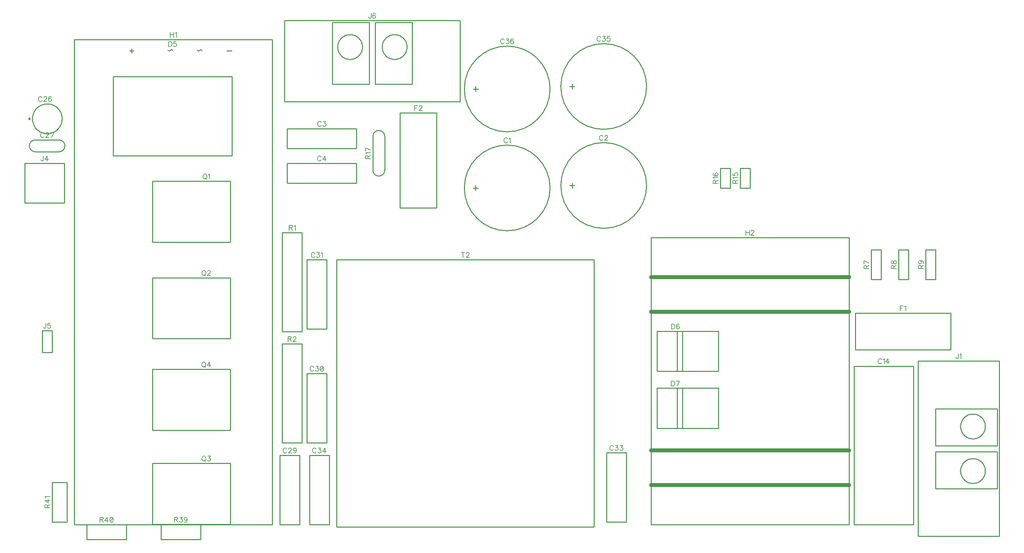
<source format=gbr>
G04 DipTrace 3.0.0.1*
G04 TopSilk.gbr*
%MOMM*%
G04 #@! TF.FileFunction,Legend,Top*
G04 #@! TF.Part,Single*
%ADD10C,0.25*%
%ADD25C,1.0*%
%ADD164C,0.19608*%
%FSLAX35Y35*%
G04*
G71*
G90*
G75*
G01*
G04 TopSilk*
%LPD*%
X13982500Y9207500D2*
D10*
G02X13982500Y9207500I-1100000J0D01*
G01*
X12072900Y9144580D2*
Y9270420D1*
X12009980Y9207500D2*
X12136040D1*
X16459000Y9271000D2*
G02X16459000Y9271000I-1100000J0D01*
G01*
X14549400Y9208080D2*
Y9333920D1*
X14486480Y9271000D2*
X14612540D1*
X9017000Y10223500D2*
X7239000D1*
Y10731500D1*
X9017000D1*
Y10223500D1*
Y9334500D2*
X7239000D1*
Y9842500D1*
X9017000D1*
Y9334500D1*
X23304500Y4635651D2*
X21780500D1*
Y571349D1*
X23304500D1*
Y4635651D1*
X619479Y10955477D2*
Y11015523D1*
X589517Y10985500D2*
X649529D1*
X698479D2*
X699407Y11012077D1*
X702187Y11038525D1*
X706805Y11064714D1*
X713239Y11090518D1*
X721457Y11115810D1*
X731420Y11140467D1*
X743078Y11164369D1*
X756375Y11187399D1*
X771247Y11209446D1*
X787620Y11230402D1*
X805416Y11250165D1*
X824546Y11268638D1*
X844919Y11285732D1*
X866435Y11301363D1*
X888988Y11315456D1*
X912470Y11327941D1*
X936766Y11338757D1*
X961756Y11347853D1*
X987321Y11355183D1*
X1013334Y11360712D1*
X1039670Y11364413D1*
X1066200Y11366268D1*
X1092795D1*
X1119325Y11364413D1*
X1145661Y11360712D1*
X1171675Y11355183D1*
X1197239Y11347853D1*
X1222230Y11338757D1*
X1246525Y11327941D1*
X1270007Y11315456D1*
X1292561Y11301363D1*
X1314076Y11285732D1*
X1334449Y11268638D1*
X1353580Y11250165D1*
X1371375Y11230402D1*
X1387749Y11209446D1*
X1402620Y11187399D1*
X1415917Y11164369D1*
X1427576Y11140467D1*
X1437538Y11115810D1*
X1445757Y11090518D1*
X1452190Y11064714D1*
X1456809Y11038525D1*
X1459589Y11012077D1*
X1460517Y10985500D1*
X1459589Y10958923D1*
X1456809Y10932475D1*
X1452190Y10906286D1*
X1445757Y10880482D1*
X1437538Y10855190D1*
X1427576Y10830533D1*
X1415917Y10806631D1*
X1402620Y10783601D1*
X1387749Y10761554D1*
X1371375Y10740598D1*
X1353580Y10720835D1*
X1334449Y10702362D1*
X1314076Y10685268D1*
X1292561Y10669637D1*
X1270007Y10655544D1*
X1246525Y10643059D1*
X1222230Y10632243D1*
X1197239Y10623147D1*
X1171675Y10615817D1*
X1145661Y10610288D1*
X1119325Y10606587D1*
X1092795Y10604732D1*
X1066200D1*
X1039670Y10606587D1*
X1013334Y10610288D1*
X987321Y10615817D1*
X961756Y10623147D1*
X936766Y10632243D1*
X912470Y10643059D1*
X888988Y10655544D1*
X866435Y10669637D1*
X844919Y10685268D1*
X824546Y10702362D1*
X805416Y10720835D1*
X787620Y10740598D1*
X771247Y10761554D1*
X756375Y10783601D1*
X743078Y10806631D1*
X731420Y10830533D1*
X721457Y10855190D1*
X713239Y10880482D1*
X706805Y10906286D1*
X702187Y10932475D1*
X699407Y10958923D1*
X698479Y10985500D1*
X775005Y10439400D2*
X1383995D1*
X775005Y10134600D2*
X1383995D1*
G03X1383995Y10439400I304J152400D01*
G01*
X775005D2*
G03X775005Y10134600I-304J-152400D01*
G01*
X7556500Y2349500D2*
X7048500D1*
Y571500D1*
X7556500D1*
Y2349500D1*
X7747000Y2667000D2*
X8255000D1*
Y4445000D1*
X7747000D1*
Y2667000D1*
Y5588000D2*
X8255000D1*
Y7366000D1*
X7747000D1*
Y5588000D1*
X15938500Y2413000D2*
X15430500D1*
Y635000D1*
X15938500D1*
Y2413000D1*
X8318500Y2349500D2*
X7810500D1*
Y571500D1*
X8318500D1*
Y2349500D1*
X16459000Y11811000D2*
G02X16459000Y11811000I-1100000J0D01*
G01*
X14549400Y11748080D2*
Y11873920D1*
X14486480Y11811000D2*
X14612540D1*
X13982500Y11747500D2*
G02X13982500Y11747500I-1100000J0D01*
G01*
X12072900Y11684580D2*
Y11810420D1*
X12009980Y11747500D2*
X12136040D1*
X2773700Y10033000D2*
X5821700D1*
Y12064975D1*
X2773700D1*
Y10033000D1*
X4181266Y12738000D2*
G03X4247408Y12738000I33071J19403D01*
G01*
G02X4298919Y12729217I25017J-8722D01*
G01*
X4931684Y12738000D2*
G03X4997521Y12738000I32918J19136D01*
G01*
G02X5049032Y12729217I24998J-8834D01*
G01*
X5686369Y12726198D2*
X5813166D1*
X3198286Y12722904D2*
X3297956D1*
X3247969Y12672949D2*
Y12772859D1*
X17247001Y4503293D2*
Y5529707D1*
X17375336Y4503293D2*
Y5529707D1*
X16726385Y4503293D2*
X18302567D1*
X16726385D2*
Y5529707D1*
X18302567D1*
Y4503293D2*
Y5529707D1*
X17247001Y3042793D2*
Y4069207D1*
X17375336Y3042793D2*
Y4069207D1*
X16726385Y3042793D2*
X18302567D1*
X16726385D2*
Y4069207D1*
X18302567D1*
Y3042793D2*
Y4069207D1*
X21818500Y5994500D2*
X24258500D1*
Y5054500D1*
X21818500D1*
Y5994500D1*
X11074500Y11138000D2*
X10134500D1*
Y8698000D1*
X11074500D1*
Y11138000D1*
X1778000Y571500D2*
X6858000D1*
Y13017500D1*
X1778000D1*
Y571500D1*
X16573500Y2476348D2*
D25*
X21653500D1*
X16573500Y6032652D2*
X21653500D1*
Y1587271D2*
X16573500D1*
X21653500Y6921729D2*
X16573500D1*
Y571500D2*
D10*
X21653500D1*
Y7937500D1*
X16573500D1*
Y571500D1*
X23423000Y268500D2*
X25503000D1*
Y4768500D1*
X23423000D1*
Y268500D1*
X23876024Y2593650D2*
X25453080D1*
Y3543600D1*
X23876024D1*
Y2593650D1*
Y1493400D2*
X25453080D1*
Y2443350D1*
X23876024D1*
Y1493400D1*
X24511048Y1947000D2*
X24511821Y1969162D1*
X24514138Y1991215D1*
X24517986Y2013054D1*
X24523348Y2034570D1*
X24530196Y2055660D1*
X24538498Y2076220D1*
X24548214Y2096151D1*
X24559295Y2115355D1*
X24571687Y2133739D1*
X24585332Y2151214D1*
X24600161Y2167693D1*
X24616103Y2183097D1*
X24633080Y2197351D1*
X24651010Y2210385D1*
X24669804Y2222136D1*
X24689372Y2232547D1*
X24709618Y2241566D1*
X24730443Y2249151D1*
X24751747Y2255263D1*
X24773425Y2259873D1*
X24795371Y2262960D1*
X24817479Y2264506D1*
X24839641D1*
X24861749Y2262960D1*
X24883695Y2259873D1*
X24905373Y2255263D1*
X24926677Y2249151D1*
X24947502Y2241566D1*
X24967748Y2232547D1*
X24987316Y2222136D1*
X25006110Y2210385D1*
X25024040Y2197351D1*
X25041017Y2183097D1*
X25056959Y2167693D1*
X25071788Y2151214D1*
X25085433Y2133739D1*
X25097825Y2115355D1*
X25108906Y2096151D1*
X25118622Y2076220D1*
X25126924Y2055660D1*
X25133772Y2034570D1*
X25139134Y2013054D1*
X25142982Y1991215D1*
X25145299Y1969162D1*
X25146072Y1947000D1*
X25145299Y1924838D1*
X25142982Y1902785D1*
X25139134Y1880946D1*
X25133772Y1859430D1*
X25126924Y1838340D1*
X25118622Y1817780D1*
X25108906Y1797849D1*
X25097825Y1778645D1*
X25085433Y1760261D1*
X25071788Y1742786D1*
X25056959Y1726307D1*
X25041017Y1710903D1*
X25024040Y1696649D1*
X25006110Y1683615D1*
X24987316Y1671864D1*
X24967748Y1661453D1*
X24947502Y1652434D1*
X24926677Y1644849D1*
X24905373Y1638737D1*
X24883695Y1634127D1*
X24861749Y1631040D1*
X24839641Y1629494D1*
X24817479D1*
X24795371Y1631040D1*
X24773425Y1634127D1*
X24751747Y1638737D1*
X24730443Y1644849D1*
X24709618Y1652434D1*
X24689372Y1661453D1*
X24669804Y1671864D1*
X24651010Y1683615D1*
X24633080Y1696649D1*
X24616103Y1710903D1*
X24600161Y1726307D1*
X24585332Y1742786D1*
X24571687Y1760261D1*
X24559295Y1778645D1*
X24548214Y1797849D1*
X24538498Y1817780D1*
X24530196Y1838340D1*
X24523348Y1859430D1*
X24517986Y1880946D1*
X24514138Y1902785D1*
X24511821Y1924838D1*
X24511048Y1947000D1*
Y3090000D2*
X24511821Y3112162D1*
X24514138Y3134215D1*
X24517986Y3156054D1*
X24523348Y3177570D1*
X24530196Y3198660D1*
X24538498Y3219220D1*
X24548214Y3239151D1*
X24559295Y3258355D1*
X24571687Y3276739D1*
X24585332Y3294214D1*
X24600161Y3310693D1*
X24616103Y3326097D1*
X24633080Y3340351D1*
X24651010Y3353385D1*
X24669804Y3365136D1*
X24689372Y3375547D1*
X24709618Y3384566D1*
X24730443Y3392151D1*
X24751747Y3398263D1*
X24773425Y3402873D1*
X24795371Y3405960D1*
X24817479Y3407506D1*
X24839641D1*
X24861749Y3405960D1*
X24883695Y3402873D1*
X24905373Y3398263D1*
X24926677Y3392151D1*
X24947502Y3384566D1*
X24967748Y3375547D1*
X24987316Y3365136D1*
X25006110Y3353385D1*
X25024040Y3340351D1*
X25041017Y3326097D1*
X25056959Y3310693D1*
X25071788Y3294214D1*
X25085433Y3276739D1*
X25097825Y3258355D1*
X25108906Y3239151D1*
X25118622Y3219220D1*
X25126924Y3198660D1*
X25133772Y3177570D1*
X25139134Y3156054D1*
X25142982Y3134215D1*
X25145299Y3112162D1*
X25146072Y3090000D1*
X25145299Y3067838D1*
X25142982Y3045785D1*
X25139134Y3023946D1*
X25133772Y3002430D1*
X25126924Y2981340D1*
X25118622Y2960780D1*
X25108906Y2940849D1*
X25097825Y2921645D1*
X25085433Y2903261D1*
X25071788Y2885786D1*
X25056959Y2869307D1*
X25041017Y2853903D1*
X25024040Y2839649D1*
X25006110Y2826615D1*
X24987316Y2814864D1*
X24967748Y2804453D1*
X24947502Y2795434D1*
X24926677Y2787849D1*
X24905373Y2781737D1*
X24883695Y2777127D1*
X24861749Y2774040D1*
X24839641Y2772494D1*
X24817479D1*
X24795371Y2774040D1*
X24773425Y2777127D1*
X24751747Y2781737D1*
X24730443Y2787849D1*
X24709618Y2795434D1*
X24689372Y2804453D1*
X24669804Y2814864D1*
X24651010Y2826615D1*
X24633080Y2839649D1*
X24616103Y2853903D1*
X24600161Y2869307D1*
X24585332Y2885786D1*
X24571687Y2903261D1*
X24559295Y2921645D1*
X24548214Y2940849D1*
X24538498Y2960780D1*
X24530196Y2981340D1*
X24523348Y3002430D1*
X24517986Y3023946D1*
X24514138Y3045785D1*
X24511821Y3067838D1*
X24511048Y3090000D1*
X508000Y8826500D2*
X1524000D1*
Y9842500D1*
X508000D1*
Y8826500D1*
X954500Y4991500D2*
X1204500D1*
Y5549500D1*
X954500D1*
Y4991500D1*
X11669500Y11421500D2*
X7169500D1*
Y13501500D1*
X11669500D1*
Y11421500D1*
X9344350Y11874524D2*
X8394400D1*
Y13451580D1*
X9344350D1*
Y11874524D1*
X10444600D2*
X9494650D1*
Y13451580D1*
X10444600D1*
Y11874524D1*
X9673300Y12827060D2*
X9674074Y12849209D1*
X9676392Y12871249D1*
X9680243Y12893074D1*
X9685607Y12914578D1*
X9692460Y12935655D1*
X9700767Y12956204D1*
X9710488Y12976123D1*
X9721575Y12995316D1*
X9733975Y13013689D1*
X9747628Y13031153D1*
X9762466Y13047622D1*
X9778417Y13063017D1*
X9795404Y13077263D1*
X9813344Y13090289D1*
X9832150Y13102033D1*
X9851729Y13112438D1*
X9871987Y13121452D1*
X9892825Y13129032D1*
X9914141Y13135141D1*
X9935832Y13139748D1*
X9957791Y13142833D1*
X9979912Y13144379D1*
X10002088D1*
X10024209Y13142833D1*
X10046168Y13139748D1*
X10067859Y13135141D1*
X10089175Y13129032D1*
X10110013Y13121452D1*
X10130271Y13112438D1*
X10149850Y13102033D1*
X10168656Y13090289D1*
X10186596Y13077263D1*
X10203583Y13063017D1*
X10219534Y13047622D1*
X10234372Y13031153D1*
X10248025Y13013689D1*
X10260425Y12995316D1*
X10271512Y12976123D1*
X10281233Y12956204D1*
X10289540Y12935655D1*
X10296393Y12914578D1*
X10301757Y12893074D1*
X10305608Y12871249D1*
X10307926Y12849209D1*
X10308700Y12827060D1*
X10307926Y12804911D1*
X10305608Y12782871D1*
X10301757Y12761046D1*
X10296393Y12739542D1*
X10289540Y12718465D1*
X10281233Y12697916D1*
X10271512Y12677997D1*
X10260425Y12658804D1*
X10248025Y12640431D1*
X10234372Y12622967D1*
X10219534Y12606498D1*
X10203583Y12591103D1*
X10186596Y12576857D1*
X10168656Y12563831D1*
X10149850Y12552087D1*
X10130271Y12541682D1*
X10110013Y12532668D1*
X10089175Y12525088D1*
X10067859Y12518979D1*
X10046168Y12514372D1*
X10024209Y12511287D1*
X10002088Y12509741D1*
X9979912D1*
X9957791Y12511287D1*
X9935832Y12514372D1*
X9914141Y12518979D1*
X9892825Y12525088D1*
X9871987Y12532668D1*
X9851729Y12541682D1*
X9832150Y12552087D1*
X9813344Y12563831D1*
X9795404Y12576857D1*
X9778417Y12591103D1*
X9762466Y12606498D1*
X9747628Y12622967D1*
X9733975Y12640431D1*
X9721575Y12658804D1*
X9710488Y12677997D1*
X9700767Y12697916D1*
X9692460Y12718465D1*
X9685607Y12739542D1*
X9680243Y12761046D1*
X9676392Y12782871D1*
X9674074Y12804911D1*
X9673300Y12827060D1*
X8530300D2*
X8531074Y12849209D1*
X8533392Y12871249D1*
X8537243Y12893074D1*
X8542607Y12914578D1*
X8549460Y12935655D1*
X8557767Y12956204D1*
X8567488Y12976123D1*
X8578575Y12995316D1*
X8590975Y13013689D1*
X8604628Y13031153D1*
X8619466Y13047622D1*
X8635417Y13063017D1*
X8652404Y13077263D1*
X8670344Y13090289D1*
X8689150Y13102033D1*
X8708729Y13112438D1*
X8728987Y13121452D1*
X8749825Y13129032D1*
X8771141Y13135141D1*
X8792832Y13139748D1*
X8814791Y13142833D1*
X8836912Y13144379D1*
X8859088D1*
X8881209Y13142833D1*
X8903168Y13139748D1*
X8924859Y13135141D1*
X8946175Y13129032D1*
X8967013Y13121452D1*
X8987271Y13112438D1*
X9006850Y13102033D1*
X9025656Y13090289D1*
X9043596Y13077263D1*
X9060583Y13063017D1*
X9076534Y13047622D1*
X9091372Y13031153D1*
X9105025Y13013689D1*
X9117425Y12995316D1*
X9128512Y12976123D1*
X9138233Y12956204D1*
X9146540Y12935655D1*
X9153393Y12914578D1*
X9158757Y12893074D1*
X9162608Y12871249D1*
X9164926Y12849209D1*
X9165700Y12827060D1*
X9164926Y12804911D1*
X9162608Y12782871D1*
X9158757Y12761046D1*
X9153393Y12739542D1*
X9146540Y12718465D1*
X9138233Y12697916D1*
X9128512Y12677997D1*
X9117425Y12658804D1*
X9105025Y12640431D1*
X9091372Y12622967D1*
X9076534Y12606498D1*
X9060583Y12591103D1*
X9043596Y12576857D1*
X9025656Y12563831D1*
X9006850Y12552087D1*
X8987271Y12541682D1*
X8967013Y12532668D1*
X8946175Y12525088D1*
X8924859Y12518979D1*
X8903168Y12514372D1*
X8881209Y12511287D1*
X8859088Y12509741D1*
X8836912D1*
X8814791Y12511287D1*
X8792832Y12514372D1*
X8771141Y12518979D1*
X8749825Y12525088D1*
X8728987Y12532668D1*
X8708729Y12541682D1*
X8689150Y12552087D1*
X8670344Y12563831D1*
X8652404Y12576857D1*
X8635417Y12591103D1*
X8619466Y12606498D1*
X8604628Y12622967D1*
X8590975Y12640431D1*
X8578575Y12658804D1*
X8567488Y12677997D1*
X8557767Y12697916D1*
X8549460Y12718465D1*
X8542607Y12739542D1*
X8537243Y12761046D1*
X8533392Y12782871D1*
X8531074Y12804911D1*
X8530300Y12827060D1*
X3783500Y9379000D2*
X5783396D1*
Y7819000D1*
X3783500D1*
Y9379000D1*
Y6902500D2*
X5783396D1*
Y5342500D1*
X3783500D1*
Y6902500D1*
Y2140000D2*
X5783396D1*
Y580000D1*
X3783500D1*
Y2140000D1*
Y4553000D2*
X5783396D1*
Y2993000D1*
X3783500D1*
Y4553000D1*
X7112000Y5524500D2*
X7620000D1*
Y8064500D1*
X7112000D1*
Y5524500D1*
Y2667000D2*
X7620000D1*
Y5207000D1*
X7112000D1*
Y2667000D1*
X22479000Y7620203D2*
Y6857797D1*
X22225000D2*
X22479000D1*
X22225000Y7620203D2*
Y6857797D1*
Y7620203D2*
X22479000D1*
X23177500D2*
Y6857797D1*
X22923500D2*
X23177500D1*
X22923500Y7620203D2*
Y6857797D1*
Y7620203D2*
X23177500D1*
X23876000D2*
Y6857797D1*
X23622000D2*
X23876000D1*
X23622000Y7620203D2*
Y6857797D1*
Y7620203D2*
X23876000D1*
X19113500Y9715043D2*
Y9207957D1*
X18859500D2*
X19113500D1*
X18859500Y9715043D2*
Y9207957D1*
Y9715043D2*
X19113500D1*
X18605500D2*
Y9207957D1*
X18351500D2*
X18605500D1*
X18351500Y9715043D2*
Y9207957D1*
Y9715043D2*
X18605500D1*
X9740933Y9664192D2*
Y10528808D1*
X9436067Y9664192D2*
Y10528808D1*
X9740933D2*
G03X9436067Y10528808I-152433J-542D01*
G01*
Y9664192D2*
G03X9740933Y9664192I152433J542D01*
G01*
X3999662Y571500D2*
X5017338D1*
Y190500D2*
Y571500D1*
X3999662Y190500D2*
X5017338D1*
X3999662D2*
Y571500D1*
X2094662D2*
X3112338D1*
Y190500D2*
Y571500D1*
X2094662Y190500D2*
X3112338D1*
X2094662D2*
Y571500D1*
X1587500Y1651838D2*
Y634162D1*
X1206500D2*
X1587500D1*
X1206500Y1651838D2*
Y634162D1*
Y1651838D2*
X1587500D1*
X15113000Y7366000D2*
X8509000D1*
Y508000D1*
X15113000D1*
Y7366000D1*
X12893215Y10463164D2*
D164*
X12887179Y10475237D1*
X12874965Y10487450D1*
X12862892Y10493487D1*
X12838606D1*
X12826392Y10487450D1*
X12814319Y10475237D1*
X12808142Y10463164D1*
X12802106Y10444914D1*
Y10414450D1*
X12808142Y10396340D1*
X12814319Y10384127D1*
X12826392Y10372054D1*
X12838606Y10365877D1*
X12862892D1*
X12874965Y10372054D1*
X12887179Y10384127D1*
X12893215Y10396340D1*
X12932431Y10469060D2*
X12944644Y10475237D1*
X12962894Y10493346D1*
Y10365877D1*
X15342410Y10526664D2*
X15336374Y10538737D1*
X15324160Y10550950D1*
X15312087Y10556987D1*
X15287801D1*
X15275587Y10550950D1*
X15263514Y10538737D1*
X15257337Y10526664D1*
X15251301Y10508414D1*
Y10477950D1*
X15257337Y10459840D1*
X15263514Y10447627D1*
X15275587Y10435554D1*
X15287801Y10429377D1*
X15312087D1*
X15324160Y10435554D1*
X15336374Y10447627D1*
X15342410Y10459840D1*
X15387803Y10526523D2*
Y10532560D1*
X15393840Y10544773D1*
X15399876Y10550810D1*
X15412090Y10556846D1*
X15436376D1*
X15448449Y10550810D1*
X15454486Y10544773D1*
X15460663Y10532560D1*
Y10520487D1*
X15454486Y10508273D1*
X15442413Y10490164D1*
X15381626Y10429377D1*
X15466699D1*
X8111410Y10887164D2*
X8105374Y10899237D1*
X8093160Y10911450D1*
X8081087Y10917487D1*
X8056801D1*
X8044587Y10911450D1*
X8032514Y10899237D1*
X8026337Y10887164D1*
X8020301Y10868914D1*
Y10838450D1*
X8026337Y10820340D1*
X8032514Y10808127D1*
X8044587Y10796054D1*
X8056801Y10789877D1*
X8081087D1*
X8093160Y10796054D1*
X8105374Y10808127D1*
X8111410Y10820340D1*
X8162840Y10917346D2*
X8229522D1*
X8193163Y10868773D1*
X8211413D1*
X8223486Y10862737D1*
X8229522Y10856700D1*
X8235699Y10838450D1*
Y10826377D1*
X8229522Y10808127D1*
X8217449Y10795914D1*
X8199199Y10789877D1*
X8180949D1*
X8162840Y10795914D1*
X8156803Y10802090D1*
X8150626Y10814164D1*
X8108392Y9998164D2*
X8102356Y10010237D1*
X8090142Y10022450D1*
X8078069Y10028487D1*
X8053783D1*
X8041569Y10022450D1*
X8029496Y10010237D1*
X8023319Y9998164D1*
X8017283Y9979914D1*
Y9949450D1*
X8023319Y9931340D1*
X8029496Y9919127D1*
X8041569Y9907054D1*
X8053783Y9900877D1*
X8078069D1*
X8090142Y9907054D1*
X8102356Y9919127D1*
X8108392Y9931340D1*
X8208394Y9900877D2*
Y10028346D1*
X8147608Y9943414D1*
X8238717D1*
X22488053Y4794164D2*
X22482016Y4806237D1*
X22469803Y4818450D1*
X22457730Y4824487D1*
X22433443D1*
X22421230Y4818450D1*
X22409156Y4806237D1*
X22402980Y4794164D1*
X22396943Y4775914D1*
Y4745450D1*
X22402980Y4727340D1*
X22409156Y4715127D1*
X22421230Y4703054D1*
X22433443Y4696877D1*
X22457730D1*
X22469803Y4703054D1*
X22482016Y4715127D1*
X22488053Y4727340D1*
X22527268Y4800060D2*
X22539482Y4806237D1*
X22557732Y4824346D1*
Y4696877D1*
X22657734D2*
Y4824346D1*
X22596947Y4739414D1*
X22688057D1*
X949371Y11522164D2*
X943335Y11534237D1*
X931121Y11546450D1*
X919048Y11552487D1*
X894762D1*
X882548Y11546450D1*
X870475Y11534237D1*
X864298Y11522164D1*
X858262Y11503914D1*
Y11473450D1*
X864298Y11455340D1*
X870475Y11443127D1*
X882548Y11431054D1*
X894762Y11424877D1*
X919048D1*
X931121Y11431054D1*
X943335Y11443127D1*
X949371Y11455340D1*
X994764Y11522023D2*
Y11528060D1*
X1000800Y11540273D1*
X1006837Y11546310D1*
X1019050Y11552346D1*
X1043337D1*
X1055410Y11546310D1*
X1061446Y11540273D1*
X1067623Y11528060D1*
Y11515987D1*
X1061446Y11503773D1*
X1049373Y11485664D1*
X988587Y11424877D1*
X1073660D1*
X1185735Y11534237D2*
X1179699Y11546310D1*
X1161449Y11552346D1*
X1149376D1*
X1131126Y11546310D1*
X1118912Y11528060D1*
X1112876Y11497737D1*
Y11467414D1*
X1118912Y11443127D1*
X1131126Y11430914D1*
X1149376Y11424877D1*
X1155412D1*
X1173522Y11430914D1*
X1185735Y11443127D1*
X1191772Y11461377D1*
Y11467414D1*
X1185735Y11485664D1*
X1173522Y11497737D1*
X1155412Y11503773D1*
X1149376D1*
X1131126Y11497737D1*
X1118912Y11485664D1*
X1112876Y11467414D1*
X1000766Y10595064D2*
X994730Y10607137D1*
X982516Y10619350D1*
X970443Y10625387D1*
X946156D1*
X933943Y10619350D1*
X921870Y10607137D1*
X915693Y10595064D1*
X909656Y10576814D1*
Y10546350D1*
X915693Y10528241D1*
X921870Y10516027D1*
X933943Y10503954D1*
X946156Y10497777D1*
X970443D1*
X982516Y10503954D1*
X994730Y10516027D1*
X1000766Y10528241D1*
X1046159Y10594923D2*
Y10600960D1*
X1052195Y10613173D1*
X1058232Y10619210D1*
X1070445Y10625247D1*
X1094732D1*
X1106805Y10619210D1*
X1112841Y10613173D1*
X1119018Y10600960D1*
Y10588887D1*
X1112841Y10576673D1*
X1100768Y10558564D1*
X1039982Y10497777D1*
X1125055D1*
X1188557D2*
X1249344Y10625247D1*
X1164270D1*
X7226784Y2505164D2*
X7220748Y2517237D1*
X7208534Y2529450D1*
X7196461Y2535487D1*
X7172175D1*
X7159961Y2529450D1*
X7147888Y2517237D1*
X7141711Y2505164D1*
X7135675Y2486914D1*
Y2456450D1*
X7141711Y2438340D1*
X7147888Y2426127D1*
X7159961Y2414054D1*
X7172175Y2407877D1*
X7196461D1*
X7208534Y2414054D1*
X7220748Y2426127D1*
X7226784Y2438340D1*
X7272177Y2505023D2*
Y2511060D1*
X7278213Y2523273D1*
X7284250Y2529310D1*
X7296463Y2535346D1*
X7320750D1*
X7332823Y2529310D1*
X7338860Y2523273D1*
X7345037Y2511060D1*
Y2498987D1*
X7338860Y2486773D1*
X7326787Y2468664D1*
X7266000Y2407877D1*
X7351073D1*
X7469325Y2492950D2*
X7463148Y2474700D1*
X7451075Y2462487D1*
X7432825Y2456450D1*
X7426789D1*
X7408539Y2462487D1*
X7396466Y2474700D1*
X7390289Y2492950D1*
Y2498987D1*
X7396466Y2517237D1*
X7408539Y2529310D1*
X7426789Y2535346D1*
X7432825D1*
X7451075Y2529310D1*
X7463148Y2517237D1*
X7469325Y2492950D1*
Y2462487D1*
X7463148Y2432164D1*
X7451075Y2413914D1*
X7432825Y2407877D1*
X7420752D1*
X7402502Y2413914D1*
X7396466Y2426127D1*
X7922266Y4600664D2*
X7916230Y4612737D1*
X7904016Y4624950D1*
X7891943Y4630987D1*
X7867656D1*
X7855443Y4624950D1*
X7843370Y4612737D1*
X7837193Y4600664D1*
X7831156Y4582414D1*
Y4551950D1*
X7837193Y4533840D1*
X7843370Y4521627D1*
X7855443Y4509554D1*
X7867656Y4503377D1*
X7891943D1*
X7904016Y4509554D1*
X7916230Y4521627D1*
X7922266Y4533840D1*
X7973695Y4630846D2*
X8040378D1*
X8004018Y4582273D1*
X8022268D1*
X8034341Y4576237D1*
X8040378Y4570200D1*
X8046555Y4551950D1*
Y4539877D1*
X8040378Y4521627D1*
X8028305Y4509414D1*
X8010055Y4503377D1*
X7991805D1*
X7973695Y4509414D1*
X7967659Y4515590D1*
X7961482Y4527664D1*
X8122270Y4630846D2*
X8104020Y4624810D1*
X8091807Y4606560D1*
X8085770Y4576237D1*
Y4557987D1*
X8091807Y4527664D1*
X8104020Y4509414D1*
X8122270Y4503377D1*
X8134344D1*
X8152594Y4509414D1*
X8164667Y4527664D1*
X8170844Y4557987D1*
Y4576237D1*
X8164667Y4606560D1*
X8152594Y4624810D1*
X8134344Y4630846D1*
X8122270D1*
X8164667Y4606560D2*
X8091807Y4527664D1*
X7949571Y7521664D2*
X7943534Y7533737D1*
X7931321Y7545950D1*
X7919248Y7551987D1*
X7894961D1*
X7882748Y7545950D1*
X7870675Y7533737D1*
X7864498Y7521664D1*
X7858461Y7503414D1*
Y7472950D1*
X7864498Y7454840D1*
X7870675Y7442627D1*
X7882748Y7430554D1*
X7894961Y7424377D1*
X7919248D1*
X7931321Y7430554D1*
X7943534Y7442627D1*
X7949571Y7454840D1*
X8001000Y7551846D2*
X8067683D1*
X8031323Y7503273D1*
X8049573D1*
X8061646Y7497237D1*
X8067683Y7491200D1*
X8073860Y7472950D1*
Y7460877D1*
X8067683Y7442627D1*
X8055610Y7430414D1*
X8037360Y7424377D1*
X8019110D1*
X8001000Y7430414D1*
X7994963Y7436590D1*
X7988787Y7448664D1*
X8113075Y7527560D2*
X8125289Y7533737D1*
X8143539Y7551846D1*
Y7424377D1*
X15605766Y2568664D2*
X15599730Y2580737D1*
X15587516Y2592950D1*
X15575443Y2598987D1*
X15551156D1*
X15538943Y2592950D1*
X15526870Y2580737D1*
X15520693Y2568664D1*
X15514656Y2550414D1*
Y2519950D1*
X15520693Y2501840D1*
X15526870Y2489627D1*
X15538943Y2477554D1*
X15551156Y2471377D1*
X15575443D1*
X15587516Y2477554D1*
X15599730Y2489627D1*
X15605766Y2501840D1*
X15657195Y2598846D2*
X15723878D1*
X15687518Y2550273D1*
X15705768D1*
X15717841Y2544237D1*
X15723878Y2538200D1*
X15730055Y2519950D1*
Y2507877D1*
X15723878Y2489627D1*
X15711805Y2477414D1*
X15693555Y2471377D1*
X15675305D1*
X15657195Y2477414D1*
X15651159Y2483590D1*
X15644982Y2495664D1*
X15781484Y2598846D2*
X15848167D1*
X15811807Y2550273D1*
X15830057D1*
X15842130Y2544237D1*
X15848167Y2538200D1*
X15854344Y2519950D1*
Y2507877D1*
X15848167Y2489627D1*
X15836094Y2477414D1*
X15817844Y2471377D1*
X15799594D1*
X15781484Y2477414D1*
X15775447Y2483590D1*
X15769270Y2495664D1*
X7982748Y2505164D2*
X7976711Y2517237D1*
X7964498Y2529450D1*
X7952425Y2535487D1*
X7928138D1*
X7915925Y2529450D1*
X7903852Y2517237D1*
X7897675Y2505164D1*
X7891638Y2486914D1*
Y2456450D1*
X7897675Y2438340D1*
X7903852Y2426127D1*
X7915925Y2414054D1*
X7928138Y2407877D1*
X7952425D1*
X7964498Y2414054D1*
X7976711Y2426127D1*
X7982748Y2438340D1*
X8034177Y2535346D2*
X8100860D1*
X8064500Y2486773D1*
X8082750D1*
X8094823Y2480737D1*
X8100860Y2474700D1*
X8107037Y2456450D1*
Y2444377D1*
X8100860Y2426127D1*
X8088787Y2413914D1*
X8070537Y2407877D1*
X8052287D1*
X8034177Y2413914D1*
X8028140Y2420090D1*
X8021963Y2432164D1*
X8207039Y2407877D2*
Y2535346D1*
X8146252Y2450414D1*
X8237362D1*
X15280266Y13066664D2*
X15274230Y13078737D1*
X15262016Y13090950D1*
X15249943Y13096987D1*
X15225656D1*
X15213443Y13090950D1*
X15201370Y13078737D1*
X15195193Y13066664D1*
X15189156Y13048414D1*
Y13017950D1*
X15195193Y12999840D1*
X15201370Y12987627D1*
X15213443Y12975554D1*
X15225656Y12969377D1*
X15249943D1*
X15262016Y12975554D1*
X15274230Y12987627D1*
X15280266Y12999840D1*
X15331695Y13096846D2*
X15398378D1*
X15362018Y13048273D1*
X15380268D1*
X15392341Y13042237D1*
X15398378Y13036200D1*
X15404555Y13017950D1*
Y13005877D1*
X15398378Y12987627D1*
X15386305Y12975414D1*
X15368055Y12969377D1*
X15349805D1*
X15331695Y12975414D1*
X15325659Y12981590D1*
X15319482Y12993664D1*
X15516630Y13096846D2*
X15455984D1*
X15449947Y13042237D1*
X15455984Y13048273D1*
X15474234Y13054450D1*
X15492344D1*
X15510594Y13048273D1*
X15522807Y13036200D1*
X15528844Y13017950D1*
Y13005877D1*
X15522807Y12987627D1*
X15510594Y12975414D1*
X15492344Y12969377D1*
X15474234D1*
X15455984Y12975414D1*
X15449947Y12981590D1*
X15443770Y12993664D1*
X12806855Y13003164D2*
X12800818Y13015237D1*
X12788605Y13027450D1*
X12776531Y13033487D1*
X12752245D1*
X12740031Y13027450D1*
X12727958Y13015237D1*
X12721781Y13003164D1*
X12715745Y12984914D1*
Y12954450D1*
X12721781Y12936340D1*
X12727958Y12924127D1*
X12740031Y12912054D1*
X12752245Y12905877D1*
X12776531D1*
X12788605Y12912054D1*
X12800818Y12924127D1*
X12806855Y12936340D1*
X12858284Y13033346D2*
X12924966D1*
X12888607Y12984773D1*
X12906857D1*
X12918930Y12978737D1*
X12924966Y12972700D1*
X12931143Y12954450D1*
Y12942377D1*
X12924966Y12924127D1*
X12912893Y12911914D1*
X12894643Y12905877D1*
X12876393D1*
X12858284Y12911914D1*
X12852247Y12918090D1*
X12846070Y12930164D1*
X13043219Y13015237D2*
X13037182Y13027310D1*
X13018932Y13033346D1*
X13006859D1*
X12988609Y13027310D1*
X12976395Y13009060D1*
X12970359Y12978737D1*
Y12948414D1*
X12976395Y12924127D1*
X12988609Y12911914D1*
X13006859Y12905877D1*
X13012895D1*
X13031005Y12911914D1*
X13043219Y12924127D1*
X13049255Y12942377D1*
Y12948414D1*
X13043219Y12966664D1*
X13031005Y12978737D1*
X13012895Y12984773D1*
X13006859D1*
X12988609Y12978737D1*
X12976395Y12966664D1*
X12970359Y12948414D1*
X4193019Y12963787D2*
Y12836177D1*
X4235556D1*
X4253806Y12842354D1*
X4266019Y12854427D1*
X4272056Y12866640D1*
X4278092Y12884750D1*
Y12915214D1*
X4272056Y12933464D1*
X4266019Y12945537D1*
X4253806Y12957750D1*
X4235556Y12963787D1*
X4193019D1*
X4390167Y12963646D2*
X4329521D1*
X4323485Y12909037D1*
X4329521Y12915073D1*
X4347771Y12921250D1*
X4365881D1*
X4384131Y12915073D1*
X4396344Y12903000D1*
X4402381Y12884750D1*
Y12872677D1*
X4396344Y12854427D1*
X4384131Y12842214D1*
X4365881Y12836177D1*
X4347771D1*
X4329521Y12842214D1*
X4323485Y12848390D1*
X4317308Y12860464D1*
X17098441Y5715693D2*
Y5588084D1*
X17140977D1*
X17159227Y5594261D1*
X17171441Y5606334D1*
X17177477Y5618547D1*
X17183514Y5636657D1*
Y5667120D1*
X17177477Y5685370D1*
X17171441Y5697443D1*
X17159227Y5709657D1*
X17140977Y5715693D1*
X17098441D1*
X17295589Y5697443D2*
X17289553Y5709516D1*
X17271303Y5715553D1*
X17259230D1*
X17240980Y5709516D1*
X17228766Y5691266D1*
X17222730Y5660943D1*
Y5630620D1*
X17228766Y5606334D1*
X17240980Y5594120D1*
X17259230Y5588084D1*
X17265266D1*
X17283376Y5594120D1*
X17295589Y5606334D1*
X17301626Y5624584D1*
Y5630620D1*
X17295589Y5648870D1*
X17283376Y5660943D1*
X17265266Y5666980D1*
X17259230D1*
X17240980Y5660943D1*
X17228766Y5648870D1*
X17222730Y5630620D1*
X17095352Y4255193D2*
Y4127584D1*
X17137889D1*
X17156139Y4133761D1*
X17168352Y4145834D1*
X17174389Y4158047D1*
X17180425Y4176157D1*
Y4206620D1*
X17174389Y4224870D1*
X17168352Y4236943D1*
X17156139Y4249157D1*
X17137889Y4255193D1*
X17095352D1*
X17243928Y4127584D2*
X17304714Y4255053D1*
X17219641D1*
X23043179Y6180487D2*
X22964142D1*
Y6052877D1*
Y6119700D2*
X23012715D1*
X23082394Y6156060D2*
X23094608Y6162237D1*
X23112858Y6180346D1*
Y6052877D1*
X10581874Y11323987D2*
X10502837D1*
Y11196377D1*
Y11263200D2*
X10551410D1*
X10627266Y11293523D2*
Y11299560D1*
X10633303Y11311773D1*
X10639340Y11317810D1*
X10651553Y11323846D1*
X10675840D1*
X10687913Y11317810D1*
X10693949Y11311773D1*
X10700126Y11299560D1*
Y11287487D1*
X10693949Y11275273D1*
X10681876Y11257164D1*
X10621090Y11196377D1*
X10706163D1*
X4240624Y13203487D2*
Y13075877D1*
X4325697Y13203487D2*
Y13075877D1*
X4240624Y13142700D2*
X4325697D1*
X4364913Y13179060D2*
X4377126Y13185237D1*
X4395376Y13203346D1*
Y13075877D1*
X19008819Y8123487D2*
Y7995877D1*
X19093892Y8123487D2*
Y7995877D1*
X19008819Y8062700D2*
X19093892D1*
X19139285Y8093023D2*
Y8099060D1*
X19145321Y8111273D1*
X19151358Y8117310D1*
X19163571Y8123346D1*
X19187858D1*
X19199931Y8117310D1*
X19205967Y8111273D1*
X19212144Y8099060D1*
Y8086987D1*
X19205967Y8074773D1*
X19193894Y8056664D1*
X19133108Y7995877D1*
X19218181D1*
X24458554Y4954487D2*
Y4857340D1*
X24452517Y4839090D1*
X24446340Y4833054D1*
X24434267Y4826877D1*
X24422054D1*
X24409981Y4833054D1*
X24403944Y4839090D1*
X24397767Y4857340D1*
Y4869414D1*
X24497769Y4930060D2*
X24509983Y4936237D1*
X24528233Y4954346D1*
Y4826877D1*
X981231Y10028487D2*
Y9931340D1*
X975194Y9913090D1*
X969017Y9907054D1*
X956944Y9900877D1*
X944731D1*
X932658Y9907054D1*
X926621Y9913090D1*
X920444Y9931340D1*
Y9943414D1*
X1081233Y9900877D2*
Y10028346D1*
X1020446Y9943414D1*
X1111556D1*
X1047749Y5735487D2*
Y5638340D1*
X1041712Y5620090D1*
X1035535Y5614054D1*
X1023462Y5607877D1*
X1011249D1*
X999176Y5614054D1*
X993139Y5620090D1*
X986962Y5638340D1*
Y5650414D1*
X1159824Y5735346D2*
X1099178D1*
X1093141Y5680737D1*
X1099178Y5686773D1*
X1117428Y5692950D1*
X1135538D1*
X1153788Y5686773D1*
X1166001Y5674700D1*
X1172038Y5656450D1*
Y5644377D1*
X1166001Y5626127D1*
X1153788Y5613914D1*
X1135538Y5607877D1*
X1117428D1*
X1099178Y5613914D1*
X1093141Y5620090D1*
X1086965Y5632164D1*
X9390837Y13687487D2*
Y13590340D1*
X9384801Y13572090D1*
X9378624Y13566054D1*
X9366551Y13559877D1*
X9354337D1*
X9342264Y13566054D1*
X9336228Y13572090D1*
X9330051Y13590340D1*
Y13602414D1*
X9502913Y13669237D2*
X9496876Y13681310D1*
X9478626Y13687346D1*
X9466553D1*
X9448303Y13681310D1*
X9436090Y13663060D1*
X9430053Y13632737D1*
Y13602414D1*
X9436090Y13578127D1*
X9448303Y13565914D1*
X9466553Y13559877D1*
X9472590D1*
X9490699Y13565914D1*
X9502913Y13578127D1*
X9508949Y13596377D1*
Y13602414D1*
X9502913Y13620664D1*
X9490699Y13632737D1*
X9472590Y13638773D1*
X9466553D1*
X9448303Y13632737D1*
X9436090Y13620664D1*
X9430053Y13602414D1*
X5116517Y9564987D2*
X5104444Y9559090D1*
X5092231Y9546877D1*
X5086194Y9534664D1*
X5080017Y9516414D1*
Y9486090D1*
X5086194Y9467840D1*
X5092231Y9455767D1*
X5104444Y9443554D1*
X5116517Y9437517D1*
X5140804D1*
X5153017Y9443554D1*
X5165090Y9455767D1*
X5171127Y9467840D1*
X5177304Y9486090D1*
Y9516414D1*
X5171127Y9534664D1*
X5165090Y9546877D1*
X5153017Y9559090D1*
X5140804Y9564987D1*
X5116517D1*
X5134767Y9461804D2*
X5171127Y9425304D1*
X5216519Y9540560D2*
X5228733Y9546737D1*
X5246983Y9564846D1*
Y9437377D1*
X5089212Y7088487D2*
X5077139Y7082590D1*
X5064926Y7070377D1*
X5058889Y7058164D1*
X5052712Y7039914D1*
Y7009590D1*
X5058889Y6991340D1*
X5064926Y6979267D1*
X5077139Y6967054D1*
X5089212Y6961017D1*
X5113499D1*
X5125712Y6967054D1*
X5137785Y6979267D1*
X5143822Y6991340D1*
X5149999Y7009590D1*
Y7039914D1*
X5143822Y7058164D1*
X5137785Y7070377D1*
X5125712Y7082590D1*
X5113499Y7088487D1*
X5089212D1*
X5107462Y6985304D2*
X5143822Y6948804D1*
X5195391Y7058023D2*
Y7064060D1*
X5201428Y7076273D1*
X5207465Y7082310D1*
X5219678Y7088346D1*
X5243965D1*
X5256038Y7082310D1*
X5262074Y7076273D1*
X5268251Y7064060D1*
Y7051987D1*
X5262074Y7039773D1*
X5250001Y7021664D1*
X5189215Y6960877D1*
X5274288D1*
X5089212Y2325987D2*
X5077139Y2320090D1*
X5064926Y2307877D1*
X5058889Y2295664D1*
X5052712Y2277414D1*
Y2247090D1*
X5058889Y2228840D1*
X5064926Y2216767D1*
X5077139Y2204554D1*
X5089212Y2198517D1*
X5113499D1*
X5125712Y2204554D1*
X5137785Y2216767D1*
X5143822Y2228840D1*
X5149999Y2247090D1*
Y2277414D1*
X5143822Y2295664D1*
X5137785Y2307877D1*
X5125712Y2320090D1*
X5113499Y2325987D1*
X5089212D1*
X5107462Y2222804D2*
X5143822Y2186304D1*
X5201428Y2325846D2*
X5268111D1*
X5231751Y2277273D1*
X5250001D1*
X5262074Y2271237D1*
X5268111Y2265200D1*
X5274288Y2246950D1*
Y2234877D1*
X5268111Y2216627D1*
X5256038Y2204414D1*
X5237788Y2198377D1*
X5219538D1*
X5201428Y2204414D1*
X5195391Y2210590D1*
X5189215Y2222664D1*
X5086194Y4738987D2*
X5074121Y4733090D1*
X5061908Y4720877D1*
X5055871Y4708664D1*
X5049694Y4690414D1*
Y4660090D1*
X5055871Y4641840D1*
X5061908Y4629767D1*
X5074121Y4617554D1*
X5086194Y4611517D1*
X5110481D1*
X5122694Y4617554D1*
X5134767Y4629767D1*
X5140804Y4641840D1*
X5146981Y4660090D1*
Y4690414D1*
X5140804Y4708664D1*
X5134767Y4720877D1*
X5122694Y4733090D1*
X5110481Y4738987D1*
X5086194D1*
X5104444Y4635804D2*
X5140804Y4599304D1*
X5246983Y4611377D2*
Y4738846D1*
X5186196Y4653914D1*
X5277306D1*
X7288624Y8189700D2*
X7343234D1*
X7361484Y8195877D1*
X7367660Y8201914D1*
X7373697Y8213987D1*
Y8226200D1*
X7367660Y8238273D1*
X7361484Y8244450D1*
X7343234Y8250487D1*
X7288624D1*
Y8122877D1*
X7331160Y8189700D2*
X7373697Y8122877D1*
X7412913Y8226060D2*
X7425126Y8232237D1*
X7443376Y8250346D1*
Y8122877D1*
X7261319Y5332200D2*
X7315929D1*
X7334179Y5338377D1*
X7340356Y5344414D1*
X7346392Y5356487D1*
Y5368700D1*
X7340356Y5380773D1*
X7334179Y5386950D1*
X7315929Y5392987D1*
X7261319D1*
Y5265377D1*
X7303856Y5332200D2*
X7346392Y5265377D1*
X7391785Y5362523D2*
Y5368560D1*
X7397821Y5380773D1*
X7403858Y5386810D1*
X7416071Y5392846D1*
X7440358D1*
X7452431Y5386810D1*
X7458467Y5380773D1*
X7464644Y5368560D1*
Y5356487D1*
X7458467Y5344273D1*
X7446394Y5326164D1*
X7385608Y5265377D1*
X7470681D1*
X22099800Y7134319D2*
Y7188929D1*
X22093623Y7207179D1*
X22087587Y7213356D1*
X22075514Y7219392D1*
X22063300D1*
X22051227Y7213356D1*
X22045050Y7207179D1*
X22039013Y7188929D1*
Y7134319D1*
X22166623D1*
X22099800Y7176856D2*
X22166623Y7219392D1*
Y7282894D2*
X22039154Y7343681D1*
Y7258608D1*
X22798300Y7134390D2*
Y7188999D1*
X22792123Y7207249D1*
X22786087Y7213426D1*
X22774014Y7219463D1*
X22761800D1*
X22749727Y7213426D1*
X22743550Y7207249D1*
X22737513Y7188999D1*
Y7134390D1*
X22865123D1*
X22798300Y7176926D2*
X22865123Y7219462D1*
X22737654Y7289001D2*
X22743690Y7270892D1*
X22755764Y7264715D1*
X22767977D1*
X22780050Y7270892D1*
X22786227Y7282965D1*
X22792264Y7307251D1*
X22798300Y7325501D1*
X22810514Y7337574D1*
X22822587Y7343611D1*
X22840837D1*
X22852910Y7337574D1*
X22859087Y7331538D1*
X22865123Y7313288D1*
Y7289001D1*
X22859087Y7270892D1*
X22852910Y7264715D1*
X22840837Y7258678D1*
X22822587D1*
X22810514Y7264715D1*
X22798300Y7276928D1*
X22792264Y7295038D1*
X22786227Y7319324D1*
X22780050Y7331538D1*
X22767977Y7337574D1*
X22755764D1*
X22743690Y7331538D1*
X22737654Y7313288D1*
Y7289001D1*
X23496800Y7137338D2*
Y7191947D1*
X23490623Y7210197D1*
X23484587Y7216374D1*
X23472514Y7222411D1*
X23460300D1*
X23448227Y7216374D1*
X23442050Y7210197D1*
X23436013Y7191947D1*
Y7137338D1*
X23563623D1*
X23496800Y7179874D2*
X23563623Y7222411D1*
X23478550Y7340663D2*
X23496800Y7334486D1*
X23509014Y7322413D1*
X23515050Y7304163D1*
Y7298126D1*
X23509014Y7279876D1*
X23496800Y7267803D1*
X23478550Y7261626D1*
X23472514D1*
X23454264Y7267803D1*
X23442190Y7279876D1*
X23436154Y7298126D1*
Y7304163D1*
X23442190Y7322413D1*
X23454264Y7334486D1*
X23478550Y7340663D1*
X23509014D1*
X23539337Y7334486D1*
X23557587Y7322413D1*
X23563623Y7304163D1*
Y7292090D1*
X23557587Y7273840D1*
X23545373Y7267803D1*
X18734300Y9321980D2*
Y9376589D1*
X18728123Y9394839D1*
X18722087Y9401016D1*
X18710014Y9407053D1*
X18697800D1*
X18685727Y9401016D1*
X18679550Y9394839D1*
X18673513Y9376589D1*
Y9321980D1*
X18801123D1*
X18734300Y9364516D2*
X18801123Y9407053D1*
X18697940Y9446268D2*
X18691764Y9458482D1*
X18673654Y9476732D1*
X18801123D1*
X18673654Y9588807D2*
Y9528161D1*
X18728264Y9522124D1*
X18722227Y9528161D1*
X18716050Y9546411D1*
Y9564521D1*
X18722227Y9582771D1*
X18734300Y9594984D1*
X18752550Y9601021D1*
X18764623D1*
X18782873Y9594984D1*
X18795087Y9582771D1*
X18801123Y9564521D1*
Y9546411D1*
X18795087Y9528161D1*
X18788910Y9522124D1*
X18776837Y9515947D1*
X18226300Y9325068D2*
Y9379678D1*
X18220123Y9397928D1*
X18214087Y9404105D1*
X18202014Y9410141D1*
X18189800D1*
X18177727Y9404105D1*
X18171550Y9397928D1*
X18165513Y9379678D1*
Y9325068D1*
X18293123D1*
X18226300Y9367605D2*
X18293123Y9410141D1*
X18189940Y9449357D2*
X18183764Y9461570D1*
X18165654Y9479820D1*
X18293123D1*
X18183764Y9591896D2*
X18171690Y9585859D1*
X18165654Y9567609D1*
Y9555536D1*
X18171690Y9537286D1*
X18189940Y9525073D1*
X18220264Y9519036D1*
X18250587D1*
X18274873Y9525072D1*
X18287087Y9537286D1*
X18293123Y9555536D1*
Y9561572D1*
X18287087Y9579682D1*
X18274873Y9591896D1*
X18256623Y9597932D1*
X18250587D1*
X18232337Y9591896D1*
X18220264Y9579682D1*
X18214227Y9561572D1*
Y9555536D1*
X18220264Y9537286D1*
X18232337Y9525072D1*
X18250587Y9519036D1*
X9310866Y9956980D2*
Y10011589D1*
X9304689Y10029839D1*
X9298652Y10036016D1*
X9286579Y10042053D1*
X9274366D1*
X9262293Y10036016D1*
X9256116Y10029839D1*
X9250079Y10011589D1*
Y9956980D1*
X9377689D1*
X9310866Y9999516D2*
X9377689Y10042053D1*
X9274506Y10081268D2*
X9268329Y10093482D1*
X9250220Y10111732D1*
X9377689D1*
Y10175234D2*
X9250220Y10236021D1*
Y10150948D1*
X4344693Y696700D2*
X4399303D1*
X4417553Y702877D1*
X4423730Y708914D1*
X4429766Y720987D1*
Y733200D1*
X4423730Y745273D1*
X4417553Y751450D1*
X4399303Y757487D1*
X4344693D1*
Y629877D1*
X4387230Y696700D2*
X4429766Y629877D1*
X4481195Y757346D2*
X4547878D1*
X4511518Y708773D1*
X4529768D1*
X4541841Y702737D1*
X4547878Y696700D1*
X4554055Y678450D1*
Y666377D1*
X4547878Y648127D1*
X4535805Y635914D1*
X4517555Y629877D1*
X4499305D1*
X4481195Y635914D1*
X4475159Y642090D1*
X4468982Y654164D1*
X4672307Y714950D2*
X4666130Y696700D1*
X4654057Y684487D1*
X4635807Y678450D1*
X4629770D1*
X4611520Y684487D1*
X4599447Y696700D1*
X4593270Y714950D1*
Y720987D1*
X4599447Y739237D1*
X4611520Y751310D1*
X4629770Y757346D1*
X4635807D1*
X4654057Y751310D1*
X4666130Y739237D1*
X4672307Y714950D1*
Y684487D1*
X4666130Y654164D1*
X4654057Y635914D1*
X4635807Y629877D1*
X4623734D1*
X4605484Y635914D1*
X4599447Y648127D1*
X2433656Y696700D2*
X2488266D1*
X2506516Y702877D1*
X2512693Y708914D1*
X2518730Y720987D1*
Y733200D1*
X2512693Y745273D1*
X2506516Y751450D1*
X2488266Y757487D1*
X2433656D1*
Y629877D1*
X2476193Y696700D2*
X2518730Y629877D1*
X2618732D2*
Y757346D1*
X2557945Y672414D1*
X2649055D1*
X2724770Y757346D2*
X2706520Y751310D1*
X2694307Y733060D1*
X2688270Y702737D1*
Y684487D1*
X2694307Y654164D1*
X2706520Y635914D1*
X2724770Y629877D1*
X2736844D1*
X2755094Y635914D1*
X2767167Y654164D1*
X2773344Y684487D1*
Y702737D1*
X2767167Y733060D1*
X2755094Y751310D1*
X2736844Y757346D1*
X2724770D1*
X2767167Y733060D2*
X2694307Y654164D1*
X1081300Y1000462D2*
Y1055071D1*
X1075123Y1073321D1*
X1069087Y1079498D1*
X1057014Y1085535D1*
X1044800D1*
X1032727Y1079498D1*
X1026550Y1073321D1*
X1020513Y1055071D1*
Y1000462D1*
X1148123D1*
X1081300Y1042998D2*
X1148123Y1085534D1*
Y1185537D2*
X1020654D1*
X1105587Y1124750D1*
Y1215860D1*
X1044940Y1255075D2*
X1038764Y1267289D1*
X1020654Y1285539D1*
X1148123D1*
X11748856Y7551987D2*
Y7424377D1*
X11706319Y7551987D2*
X11791392D1*
X11836785Y7521523D2*
Y7527560D1*
X11842821Y7539773D1*
X11848858Y7545810D1*
X11861071Y7551846D1*
X11885358D1*
X11897431Y7545810D1*
X11903467Y7539773D1*
X11909644Y7527560D1*
Y7515487D1*
X11903467Y7503273D1*
X11891394Y7485164D1*
X11830608Y7424377D1*
X11915681D1*
M02*

</source>
